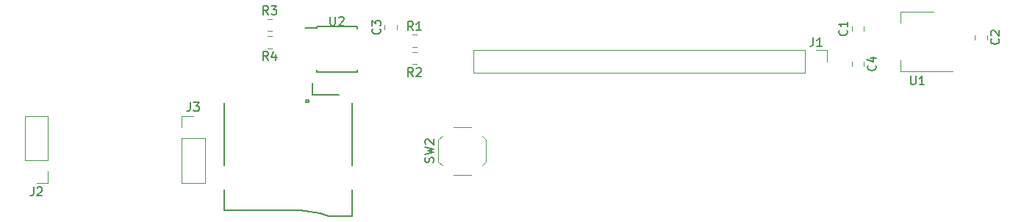
<source format=gbr>
G04 #@! TF.GenerationSoftware,KiCad,Pcbnew,(5.1.6)-1*
G04 #@! TF.CreationDate,2020-08-31T23:03:43-05:00*
G04 #@! TF.ProjectId,PikateaBSB,50696b61-7465-4614-9253-422e6b696361,rev?*
G04 #@! TF.SameCoordinates,Original*
G04 #@! TF.FileFunction,Legend,Top*
G04 #@! TF.FilePolarity,Positive*
%FSLAX46Y46*%
G04 Gerber Fmt 4.6, Leading zero omitted, Abs format (unit mm)*
G04 Created by KiCad (PCBNEW (5.1.6)-1) date 2020-08-31 23:03:43*
%MOMM*%
%LPD*%
G01*
G04 APERTURE LIST*
%ADD10C,0.120000*%
%ADD11C,0.150000*%
G04 APERTURE END LIST*
D10*
X169147000Y-61387000D02*
X169597000Y-60937000D01*
X169147000Y-57987000D02*
X169597000Y-58437000D01*
X164547000Y-57987000D02*
X164097000Y-58437000D01*
X164547000Y-61387000D02*
X164097000Y-60937000D01*
X165847000Y-56937000D02*
X167847000Y-56937000D01*
X169597000Y-60937000D02*
X169597000Y-58437000D01*
X165847000Y-62437000D02*
X167847000Y-62437000D01*
X164097000Y-60937000D02*
X164097000Y-58437000D01*
D11*
X150075000Y-45375000D02*
X150075000Y-45500000D01*
X154725000Y-45375000D02*
X154725000Y-45600000D01*
X154725000Y-50625000D02*
X154725000Y-50400000D01*
X150075000Y-50625000D02*
X150075000Y-50400000D01*
X150075000Y-45375000D02*
X154725000Y-45375000D01*
X150075000Y-50625000D02*
X154725000Y-50625000D01*
X150075000Y-45500000D02*
X148725000Y-45500000D01*
D10*
X134529000Y-63410000D02*
X137189000Y-63410000D01*
X134529000Y-58270000D02*
X134529000Y-63410000D01*
X137189000Y-58270000D02*
X137189000Y-63410000D01*
X134529000Y-58270000D02*
X137189000Y-58270000D01*
X134529000Y-57000000D02*
X134529000Y-55670000D01*
X134529000Y-55670000D02*
X135859000Y-55670000D01*
X119130000Y-55670000D02*
X116470000Y-55670000D01*
X119130000Y-60810000D02*
X119130000Y-55670000D01*
X116470000Y-60810000D02*
X116470000Y-55670000D01*
X119130000Y-60810000D02*
X116470000Y-60810000D01*
X119130000Y-62080000D02*
X119130000Y-63410000D01*
X119130000Y-63410000D02*
X117800000Y-63410000D01*
X168130000Y-48070000D02*
X168130000Y-50730000D01*
X206290000Y-48070000D02*
X168130000Y-48070000D01*
X206290000Y-50730000D02*
X168130000Y-50730000D01*
X206290000Y-48070000D02*
X206290000Y-50730000D01*
X207560000Y-48070000D02*
X208890000Y-48070000D01*
X208890000Y-48070000D02*
X208890000Y-49400000D01*
D11*
X139450000Y-66500000D02*
X146800000Y-66500000D01*
X146800000Y-66500000D02*
X148150000Y-66550000D01*
X148150000Y-66550000D02*
X149300000Y-66700000D01*
X149300000Y-66700000D02*
X150400000Y-66900000D01*
X150400000Y-66900000D02*
X151450000Y-67200000D01*
X149600000Y-53200000D02*
X149600000Y-51900000D01*
X139450000Y-61400000D02*
X139450000Y-54200000D01*
X139450000Y-64200000D02*
X139450000Y-66500000D01*
X151450000Y-67200000D02*
X154150000Y-67200000D01*
X154150000Y-67200000D02*
X154150000Y-64200000D01*
X154150000Y-54200000D02*
X154150000Y-61400000D01*
X149150000Y-53800000D02*
X148850000Y-53800000D01*
X148850000Y-53800000D02*
X148850000Y-54100000D01*
X148850000Y-54100000D02*
X149150000Y-54100000D01*
X149150000Y-54100000D02*
X149150000Y-53800000D01*
X149600000Y-53200000D02*
X152600000Y-53200000D01*
D10*
X217340000Y-43690000D02*
X217340000Y-44950000D01*
X217340000Y-50510000D02*
X217340000Y-49250000D01*
X221100000Y-43690000D02*
X217340000Y-43690000D01*
X223350000Y-50510000D02*
X217340000Y-50510000D01*
X144403922Y-46490000D02*
X144921078Y-46490000D01*
X144403922Y-47910000D02*
X144921078Y-47910000D01*
X144403922Y-44490000D02*
X144921078Y-44490000D01*
X144403922Y-45910000D02*
X144921078Y-45910000D01*
X161596078Y-49710000D02*
X161078922Y-49710000D01*
X161596078Y-48290000D02*
X161078922Y-48290000D01*
X161078922Y-46290000D02*
X161596078Y-46290000D01*
X161078922Y-47710000D02*
X161596078Y-47710000D01*
X213110000Y-49403922D02*
X213110000Y-49921078D01*
X211690000Y-49403922D02*
X211690000Y-49921078D01*
X159310000Y-45203922D02*
X159310000Y-45721078D01*
X157890000Y-45203922D02*
X157890000Y-45721078D01*
X227310000Y-46341422D02*
X227310000Y-46858578D01*
X225890000Y-46341422D02*
X225890000Y-46858578D01*
X211690000Y-45858578D02*
X211690000Y-45341422D01*
X213110000Y-45858578D02*
X213110000Y-45341422D01*
D11*
X163501761Y-61020333D02*
X163549380Y-60877476D01*
X163549380Y-60639380D01*
X163501761Y-60544142D01*
X163454142Y-60496523D01*
X163358904Y-60448904D01*
X163263666Y-60448904D01*
X163168428Y-60496523D01*
X163120809Y-60544142D01*
X163073190Y-60639380D01*
X163025571Y-60829857D01*
X162977952Y-60925095D01*
X162930333Y-60972714D01*
X162835095Y-61020333D01*
X162739857Y-61020333D01*
X162644619Y-60972714D01*
X162597000Y-60925095D01*
X162549380Y-60829857D01*
X162549380Y-60591761D01*
X162597000Y-60448904D01*
X162549380Y-60115571D02*
X163549380Y-59877476D01*
X162835095Y-59687000D01*
X163549380Y-59496523D01*
X162549380Y-59258428D01*
X162644619Y-58925095D02*
X162597000Y-58877476D01*
X162549380Y-58782238D01*
X162549380Y-58544142D01*
X162597000Y-58448904D01*
X162644619Y-58401285D01*
X162739857Y-58353666D01*
X162835095Y-58353666D01*
X162977952Y-58401285D01*
X163549380Y-58972714D01*
X163549380Y-58353666D01*
X151638095Y-44252380D02*
X151638095Y-45061904D01*
X151685714Y-45157142D01*
X151733333Y-45204761D01*
X151828571Y-45252380D01*
X152019047Y-45252380D01*
X152114285Y-45204761D01*
X152161904Y-45157142D01*
X152209523Y-45061904D01*
X152209523Y-44252380D01*
X152638095Y-44347619D02*
X152685714Y-44300000D01*
X152780952Y-44252380D01*
X153019047Y-44252380D01*
X153114285Y-44300000D01*
X153161904Y-44347619D01*
X153209523Y-44442857D01*
X153209523Y-44538095D01*
X153161904Y-44680952D01*
X152590476Y-45252380D01*
X153209523Y-45252380D01*
X135525666Y-54122380D02*
X135525666Y-54836666D01*
X135478047Y-54979523D01*
X135382809Y-55074761D01*
X135239952Y-55122380D01*
X135144714Y-55122380D01*
X135906619Y-54122380D02*
X136525666Y-54122380D01*
X136192333Y-54503333D01*
X136335190Y-54503333D01*
X136430428Y-54550952D01*
X136478047Y-54598571D01*
X136525666Y-54693809D01*
X136525666Y-54931904D01*
X136478047Y-55027142D01*
X136430428Y-55074761D01*
X136335190Y-55122380D01*
X136049476Y-55122380D01*
X135954238Y-55074761D01*
X135906619Y-55027142D01*
X117466666Y-63862380D02*
X117466666Y-64576666D01*
X117419047Y-64719523D01*
X117323809Y-64814761D01*
X117180952Y-64862380D01*
X117085714Y-64862380D01*
X117895238Y-63957619D02*
X117942857Y-63910000D01*
X118038095Y-63862380D01*
X118276190Y-63862380D01*
X118371428Y-63910000D01*
X118419047Y-63957619D01*
X118466666Y-64052857D01*
X118466666Y-64148095D01*
X118419047Y-64290952D01*
X117847619Y-64862380D01*
X118466666Y-64862380D01*
X207266666Y-46652380D02*
X207266666Y-47366666D01*
X207219047Y-47509523D01*
X207123809Y-47604761D01*
X206980952Y-47652380D01*
X206885714Y-47652380D01*
X208266666Y-47652380D02*
X207695238Y-47652380D01*
X207980952Y-47652380D02*
X207980952Y-46652380D01*
X207885714Y-46795238D01*
X207790476Y-46890476D01*
X207695238Y-46938095D01*
X218488095Y-51052380D02*
X218488095Y-51861904D01*
X218535714Y-51957142D01*
X218583333Y-52004761D01*
X218678571Y-52052380D01*
X218869047Y-52052380D01*
X218964285Y-52004761D01*
X219011904Y-51957142D01*
X219059523Y-51861904D01*
X219059523Y-51052380D01*
X220059523Y-52052380D02*
X219488095Y-52052380D01*
X219773809Y-52052380D02*
X219773809Y-51052380D01*
X219678571Y-51195238D01*
X219583333Y-51290476D01*
X219488095Y-51338095D01*
X144495833Y-49252380D02*
X144162500Y-48776190D01*
X143924404Y-49252380D02*
X143924404Y-48252380D01*
X144305357Y-48252380D01*
X144400595Y-48300000D01*
X144448214Y-48347619D01*
X144495833Y-48442857D01*
X144495833Y-48585714D01*
X144448214Y-48680952D01*
X144400595Y-48728571D01*
X144305357Y-48776190D01*
X143924404Y-48776190D01*
X145352976Y-48585714D02*
X145352976Y-49252380D01*
X145114880Y-48204761D02*
X144876785Y-48919047D01*
X145495833Y-48919047D01*
X144495833Y-44002380D02*
X144162500Y-43526190D01*
X143924404Y-44002380D02*
X143924404Y-43002380D01*
X144305357Y-43002380D01*
X144400595Y-43050000D01*
X144448214Y-43097619D01*
X144495833Y-43192857D01*
X144495833Y-43335714D01*
X144448214Y-43430952D01*
X144400595Y-43478571D01*
X144305357Y-43526190D01*
X143924404Y-43526190D01*
X144829166Y-43002380D02*
X145448214Y-43002380D01*
X145114880Y-43383333D01*
X145257738Y-43383333D01*
X145352976Y-43430952D01*
X145400595Y-43478571D01*
X145448214Y-43573809D01*
X145448214Y-43811904D01*
X145400595Y-43907142D01*
X145352976Y-43954761D01*
X145257738Y-44002380D01*
X144972023Y-44002380D01*
X144876785Y-43954761D01*
X144829166Y-43907142D01*
X161170833Y-51102380D02*
X160837500Y-50626190D01*
X160599404Y-51102380D02*
X160599404Y-50102380D01*
X160980357Y-50102380D01*
X161075595Y-50150000D01*
X161123214Y-50197619D01*
X161170833Y-50292857D01*
X161170833Y-50435714D01*
X161123214Y-50530952D01*
X161075595Y-50578571D01*
X160980357Y-50626190D01*
X160599404Y-50626190D01*
X161551785Y-50197619D02*
X161599404Y-50150000D01*
X161694642Y-50102380D01*
X161932738Y-50102380D01*
X162027976Y-50150000D01*
X162075595Y-50197619D01*
X162123214Y-50292857D01*
X162123214Y-50388095D01*
X162075595Y-50530952D01*
X161504166Y-51102380D01*
X162123214Y-51102380D01*
X161170833Y-45802380D02*
X160837500Y-45326190D01*
X160599404Y-45802380D02*
X160599404Y-44802380D01*
X160980357Y-44802380D01*
X161075595Y-44850000D01*
X161123214Y-44897619D01*
X161170833Y-44992857D01*
X161170833Y-45135714D01*
X161123214Y-45230952D01*
X161075595Y-45278571D01*
X160980357Y-45326190D01*
X160599404Y-45326190D01*
X162123214Y-45802380D02*
X161551785Y-45802380D01*
X161837500Y-45802380D02*
X161837500Y-44802380D01*
X161742261Y-44945238D01*
X161647023Y-45040476D01*
X161551785Y-45088095D01*
X214407142Y-49829166D02*
X214454761Y-49876785D01*
X214502380Y-50019642D01*
X214502380Y-50114880D01*
X214454761Y-50257738D01*
X214359523Y-50352976D01*
X214264285Y-50400595D01*
X214073809Y-50448214D01*
X213930952Y-50448214D01*
X213740476Y-50400595D01*
X213645238Y-50352976D01*
X213550000Y-50257738D01*
X213502380Y-50114880D01*
X213502380Y-50019642D01*
X213550000Y-49876785D01*
X213597619Y-49829166D01*
X213835714Y-48972023D02*
X214502380Y-48972023D01*
X213454761Y-49210119D02*
X214169047Y-49448214D01*
X214169047Y-48829166D01*
X157357142Y-45629166D02*
X157404761Y-45676785D01*
X157452380Y-45819642D01*
X157452380Y-45914880D01*
X157404761Y-46057738D01*
X157309523Y-46152976D01*
X157214285Y-46200595D01*
X157023809Y-46248214D01*
X156880952Y-46248214D01*
X156690476Y-46200595D01*
X156595238Y-46152976D01*
X156500000Y-46057738D01*
X156452380Y-45914880D01*
X156452380Y-45819642D01*
X156500000Y-45676785D01*
X156547619Y-45629166D01*
X156452380Y-45295833D02*
X156452380Y-44676785D01*
X156833333Y-45010119D01*
X156833333Y-44867261D01*
X156880952Y-44772023D01*
X156928571Y-44724404D01*
X157023809Y-44676785D01*
X157261904Y-44676785D01*
X157357142Y-44724404D01*
X157404761Y-44772023D01*
X157452380Y-44867261D01*
X157452380Y-45152976D01*
X157404761Y-45248214D01*
X157357142Y-45295833D01*
X228607142Y-46766666D02*
X228654761Y-46814285D01*
X228702380Y-46957142D01*
X228702380Y-47052380D01*
X228654761Y-47195238D01*
X228559523Y-47290476D01*
X228464285Y-47338095D01*
X228273809Y-47385714D01*
X228130952Y-47385714D01*
X227940476Y-47338095D01*
X227845238Y-47290476D01*
X227750000Y-47195238D01*
X227702380Y-47052380D01*
X227702380Y-46957142D01*
X227750000Y-46814285D01*
X227797619Y-46766666D01*
X227797619Y-46385714D02*
X227750000Y-46338095D01*
X227702380Y-46242857D01*
X227702380Y-46004761D01*
X227750000Y-45909523D01*
X227797619Y-45861904D01*
X227892857Y-45814285D01*
X227988095Y-45814285D01*
X228130952Y-45861904D01*
X228702380Y-46433333D01*
X228702380Y-45814285D01*
X211107142Y-45766666D02*
X211154761Y-45814285D01*
X211202380Y-45957142D01*
X211202380Y-46052380D01*
X211154761Y-46195238D01*
X211059523Y-46290476D01*
X210964285Y-46338095D01*
X210773809Y-46385714D01*
X210630952Y-46385714D01*
X210440476Y-46338095D01*
X210345238Y-46290476D01*
X210250000Y-46195238D01*
X210202380Y-46052380D01*
X210202380Y-45957142D01*
X210250000Y-45814285D01*
X210297619Y-45766666D01*
X211202380Y-44814285D02*
X211202380Y-45385714D01*
X211202380Y-45100000D02*
X210202380Y-45100000D01*
X210345238Y-45195238D01*
X210440476Y-45290476D01*
X210488095Y-45385714D01*
M02*

</source>
